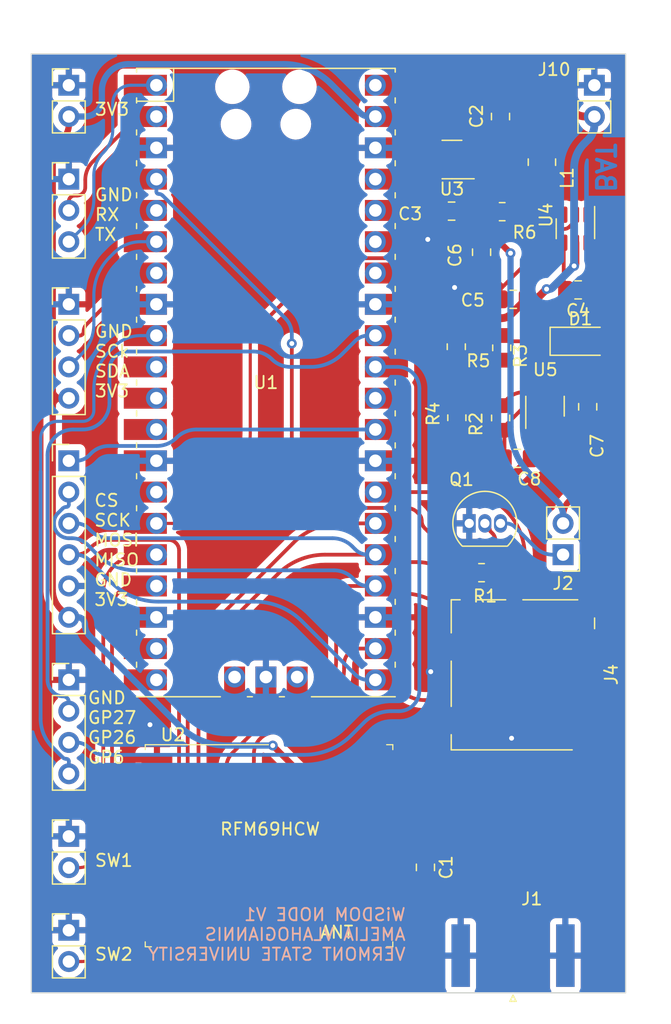
<source format=kicad_pcb>
(kicad_pcb (version 20221018) (generator pcbnew)
  (layers (0 "F.Cu" signal) (31 "B.Cu" signal) (34 "B.Paste" user) (35 "F.Paste" user) (36 "B.SilkS" user "B.Silkscreen") (37 "F.SilkS" user "F.Silkscreen") (38 "B.Mask" user) (39 "F.Mask" user) (44 "Edge.Cuts" user))
  (net 0 "")
  (net 1 "3V3")
  (net 2 "GND")
  (net 3 "Net-(U4-CPOS)")
  (net 4 "Net-(U4-CNEG)")
  (net 5 "Net-(U4-GND)")
  (net 6 "5V")
  (net 7 "CHG")
  (net 8 "Net-(U5-V_{SS})")
  (net 9 "BAT")
  (net 10 "Net-(D1-K)")
  (net 11 "/ANT")
  (net 12 "Net-(J2-Pin_1)")
  (net 13 "SD_CS")
  (net 14 "MOSI")
  (net 15 "SPI_SCK")
  (net 16 "MISO")
  (net 18 "UART_RX")
  (net 19 "UART_TX")
  (net 20 "I2C_SCK")
  (net 21 "I2C_SDA")
  (net 22 "SPI_CS")
  (net 23 "EXT_BTN")
  (net 24 "EXT_SW")
  (net 25 "GP27")
  (net 26 "GP26")
  (net 27 "GP6")
  (net 28 "Net-(U3-SW)")
  (net 29 "Net-(Q1-B)")
  (net 30 "TEROS_CTRL")
  (net 31 "Net-(U5-PROG)")
  (net 32 "Net-(U1-GPIO28_ADC2)")
  (net 33 "Net-(U1-GPIO11)")
  (net 34 "5V_CTRL")
  (net 42 "RFM_CS")
  (net 43 "RFM_RST")
  (footprint "RF_Module:HOPERF_RFM69HW" (layer "F.Cu") (at 70.104 115.062)
    (fp_text reference "U2")
    (fp_text value "RFM69HCW")
  )
  (footprint "Capacitor_SMD:C_0805_2012Metric_Pad1.18x1.45mm_HandSolder" (layer "F.Cu") (at 95.2029 69.9495 180)
    (fp_text reference "C4")
    (fp_text value "1uF" hide)
  )
  (footprint "Package_TO_SOT_SMD:SOT-23-6" (layer "F.Cu") (at 94.9824 64.9852 -90)
    (fp_text reference "U4")
    (fp_text value "CAT3200-5" hide)
  )
  (footprint "Resistor_SMD:R_0805_2012Metric_Pad1.20x1.40mm_HandSolder" (layer "F.Cu") (at 88.9115 80.3441 -90)
    (fp_text reference "R2")
    (fp_text value "2K" hide)
  )
  (footprint "PCM_Package_TO_SOT_THT_AKL:TO-92_Inline" (layer "F.Cu") (at 86.36 88.9)
    (fp_text reference "Q1")
    (fp_text value "2N3904" hide)
  )
  (footprint "Capacitor_SMD:C_0805_2012Metric_Pad1.18x1.45mm_HandSolder" (layer "F.Cu") (at 88.9 55.88 -90)
    (fp_text reference "C2")
    (fp_text value "10uF")
  )
  (footprint "Connector_Coaxial:SMA_Amphenol_132289_EdgeMount" (layer "F.Cu") (at 89.916 123.9805 90)
    (fp_text reference "J1")
    (fp_text value "Conn_Coaxial")
  )
  (footprint "Connector_PinHeader_2.54mm:PinHeader_1x02_P2.54mm_Vertical" (layer "F.Cu") (at 93.98 91.44 180)
    (fp_text reference "J2")
    (fp_text value "Conn_01x02_Pin" hide)
  )
  (footprint "Connector_PinHeader_2.54mm:PinHeader_1x02_P2.54mm_Vertical" (layer "F.Cu") (at 53.848 53.34)
    (fp_text reference "J3" hide)
    (fp_text value "Conn_01x02_Pin" hide)
  )
  (footprint "Connector_Card:microSD_HC_Molex_104031-0811" (layer "F.Cu") (at 90.7183 101.1709 -90)
    (fp_text reference "J4")
    (fp_text value "Micro_SD_Card" hide)
  )
  (footprint "Connector_PinHeader_2.54mm:PinHeader_1x03_P2.54mm_Vertical" (layer "F.Cu") (at 53.848 60.96)
    (fp_text reference "J5" hide)
    (fp_text value "Conn_01x03_Pin" hide)
  )
  (footprint "Package_TO_SOT_SMD:SOT-23-5" (layer "F.Cu") (at 92.5131 79.3891 90)
    (fp_text reference "U5")
    (fp_text value "MCP73831-2-OT" hide)
  )
  (footprint "Capacitor_SMD:C_0805_2012Metric_Pad1.18x1.45mm_HandSolder" (layer "F.Cu") (at 84.9288 63.5565 180)
    (fp_text reference "C3")
    (fp_text value "10uF" hide)
  )
  (footprint "Inductor_SMD:L_1008_2520Metric_Pad1.43x2.20mm_HandSolder" (layer "F.Cu") (at 92.2625 59.5825 -90)
    (fp_text reference "L1")
    (fp_text value "1uH" hide)
  )
  (footprint "Connector_PinHeader_2.54mm:PinHeader_1x04_P2.54mm_Vertical" (layer "F.Cu") (at 53.848 101.6)
    (fp_text reference "J11" hide)
    (fp_text value "Conn_01x04_Pin" hide)
  )
  (footprint "Resistor_SMD:R_0805_2012Metric_Pad1.20x1.40mm_HandSolder" (layer "F.Cu") (at 85.3548 80.325 90)
    (fp_text reference "R4")
    (fp_text value "470K" hide)
  )
  (footprint "Connector_PinHeader_2.54mm:PinHeader_1x02_P2.54mm_Vertical" (layer "F.Cu") (at 53.848 114.3)
    (fp_text reference "J8" hide)
    (fp_text value "Conn_01x02_Pin" hide)
  )
  (footprint "Connector_PinHeader_2.54mm:PinHeader_1x04_P2.54mm_Vertical" (layer "F.Cu") (at 53.848 71.12)
    (fp_text reference "J6" hide)
    (fp_text value "Conn_01x04_Pin" hide)
  )
  (footprint "Resistor_SMD:R_0805_2012Metric_Pad1.20x1.40mm_HandSolder" (layer "F.Cu") (at 87.36 92.9)
    (fp_text reference "R1")
    (fp_text value "1K" hide)
  )
  (footprint "Package_TO_SOT_SMD:TSOT-23-5" (layer "F.Cu") (at 84.9575 59.37 180)
    (fp_text reference "U3")
    (fp_text value "ADP2108AUJ-3.3" hide)
  )
  (footprint "Connector_PinHeader_2.54mm:PinHeader_1x02_P2.54mm_Vertical" (layer "F.Cu") (at 96.52 53.34)
    (fp_text reference "J10")
    (fp_text value "Conn_01x02_Pin")
  )
  (footprint "Connector_PinHeader_2.54mm:PinHeader_1x02_P2.54mm_Vertical" (layer "F.Cu") (at 53.848 121.92)
    (fp_text reference "J9" hide)
    (fp_text value "Conn_01x02_Pin" hide)
  )
  (footprint "LED_SMD:LED_1206_3216Metric_Pad1.42x1.75mm_HandSolder" (layer "F.Cu") (at 95.3875 74.12)
    (fp_text reference "D1")
    (fp_text value "LED" hide)
  )
  (footprint "MCU_RaspberryPi_and_Boards:RPi_Pico_SMD_TH" (layer "F.Cu") (at 69.85 77.47)
    (fp_text reference "U1")
    (fp_text value "Pico")
  )
  (footprint "Capacitor_SMD:C_0805_2012Metric_Pad1.18x1.45mm_HandSolder" (layer "F.Cu") (at 95.9797 79.4362 -90)
    (fp_text reference "C7")
    (fp_text value "4.7uF" hide)
  )
  (footprint "Capacitor_SMD:C_0805_2012Metric_Pad1.18x1.45mm_HandSolder" (layer "F.Cu") (at 82.804 116.8185 -90)
    (fp_text reference "C1")
    (fp_text value "0.1uF")
  )
  (footprint "Resistor_SMD:R_0805_2012Metric_Pad1.20x1.40mm_HandSolder" (layer "F.Cu") (at 85.3098 74.5623 90)
    (fp_text reference "R5")
    (fp_text value "470K" hide)
  )
  (footprint "Connector_PinHeader_2.54mm:PinHeader_1x06_P2.54mm_Vertical" (layer "F.Cu") (at 53.848 83.82)
    (fp_text reference "J7" hide)
    (fp_text value "Conn_01x06_Pin" hide)
  )
  (footprint "Resistor_SMD:R_0805_2012Metric_Pad1.20x1.40mm_HandSolder" (layer "F.Cu") (at 89.0015 74.6524 -90)
    (fp_text reference "R3")
    (fp_text value "470" hide)
  )
  (footprint "Capacitor_SMD:C_0805_2012Metric_Pad1.18x1.45mm_HandSolder" (layer "F.Cu") (at 87.3619 66.8901 -90)
    (fp_text reference "C6")
    (fp_text value "1uF" hide)
  )
  (footprint "Capacitor_SMD:C_0805_2012Metric_Pad1.18x1.45mm_HandSolder" (layer "F.Cu") (at 89.9335 70.7148 180)
    (fp_text reference "C5")
    (fp_text value "1uF" hide)
  )
  (footprint "Resistor_SMD:R_0805_2012Metric_Pad1.20x1.40mm_HandSolder" (layer "F.Cu") (at 89.0351 63.6015)
    (fp_text reference "R6")
    (fp_text value "10K" hide)
  )
  (footprint "Capacitor_SMD:C_0805_2012Metric_Pad1.18x1.45mm_HandSolder" (layer "F.Cu") (at 90.2601 83.6211 180)
    (fp_text reference "C8")
    (fp_text value "4.7uF" hide)
  )
  (gr_rect (start 50.8 50.8) (end 99.06 127) (stroke (width 0.1)) (fill none) (layer "Edge.Cuts"))
  (gr_text "5V SW" (at 98.393446 93.056154 90) (layer "F.Cu") (effects (font (size 1.5 1.5) (thickness 0.3) bold) (justify left bottom)))
  (gr_text "BAT" (at 96.52 62.207971 -90) (layer "B.Cu") (effects (font (size 1.5 1.5) (thickness 0.3) bold) (justify left bottom mirror)))
  (gr_text "WiSDOM NODE V1\nAMELIA VLAHOGIANNIS\nVERMONT STATE UNIVERSITY" (at 81.28 124.46) (layer "B.SilkS") (effects (font (size 1 1)) (justify left bottom mirror)))
  (gr_text "ANT" (at 74.171866 122.669746) (layer "F.SilkS") (effects (font (size 1 1)) (justify left bottom)))
  (gr_text "GND\nRX\nTX" (at 55.88 66.04) (layer "F.SilkS") (effects (font (size 1 1)) (justify left bottom)))
  (gr_text "GND\nSCk\nSDA\n3V3\n" (at 55.88 78.74) (layer "F.SilkS") (effects (font (size 1 1)) (justify left bottom)))
  (gr_text "RFM69HCW" (at 66.04 114.3) (layer "F.SilkS") (effects (font (size 1 1)) (justify left bottom)))
  (gr_text "SW1\n" (at 55.88 116.84) (layer "F.SilkS") (effects (font (size 1 1)) (justify left bottom)))
  (gr_text "SW2" (at 55.88 124.46) (layer "F.SilkS") (effects (font (size 1 1)) (justify left bottom)))
  (gr_text "3V3" (at 55.88 55.88) (layer "F.SilkS") (effects (font (size 1 1)) (justify left bottom)))
  (gr_text "GND\nGP27\nGP26\nGP6\n" (at 55.31539 108.471648) (layer "F.SilkS") (effects (font (size 1 1)) (justify left bottom)))
  (gr_text "CS\nSCK\nMOSI\nMISO\nGND\n3V3" (at 55.832949 95.673829) (layer "F.SilkS") (effects (font (size 1 1)) (justify left bottom)))
  (segment (start 82.332843 60.495757) (end 82.332843 61.740558) (width 0.508) (layer "F.Cu") (net 1))
  (segment (start 78.19135 114.062) (end 77.5195 114.062) (width 0.508) (layer "F.Cu") (net 1))
  (segment (start 88.989244 61.7857) (end 90.485913 61.7857) (width 0.508) (layer "F.Cu") (net 1))
  (segment (start 77.482967 114.004067) (end 70.4089 106.93) (width 0.508) (layer "F.Cu") (net 1))
  (segment (start 82.804 115.781) (end 90.245036 115.781) (width 0.508) (layer "F.Cu") (net 1))
  (segment (start 53.386294 57.647605) (end 53.19505 57.83885) (width 0.508) (layer "F.Cu") (net 1))
  (segment (start 83.60175 58.63825) (end 83.82 58.42) (width 0.508) (layer "F.Cu") (net 1))
  (segment (start 52.5421 79.39295) (end 52.5421 94.290689) (width 0.508) (layer "F.Cu") (net 1))
  (segment (start 52.5421 79.39295) (end 52.5421 78.08705) (width 0.508) (layer "F.Cu") (net 1))
  (segment (start 82.524964 61.93268) (end 83.393932 61.93268) (width 0.508) (layer "F.Cu") (net 1))
  (segment (start 91.74215 61.26535) (end 92.2625 60.745) (width 0.508) (layer "F.Cu") (net 1))
  (segment (start 52.5421 59.41521) (end 52.5421 78.08705) (width 0.508) (layer "F.Cu") (net 1))
  (segment (start 82.749046 59.490953) (end 83.16525 59.07475) (width 0.508) (layer "F.Cu") (net 1))
  (segment (start 79.54155 114.062) (end 78.86645 114.062) (width 0.508) (layer "F.Cu") (net 1))
  (segment (start 53.848 56.53295) (end 53.848 55.88) (width 0.508) (layer "F.Cu") (net 1))
  (segment (start 97.862781 108.163255) (end 97.862781 103.075198) (width 0.508) (layer "F.Cu") (net 1))
  (segment (start 85.9663 63.5565) (end 85.013204 62.603404) (width 0.508) (layer "F.Cu") (net 1))
  (segment (start 80.9975 114.0621) (end 80.90995 114.0621) (width 0.508) (layer "F.Cu") (net 1))
  (segment (start 79.5735 55.88) (end 78.74 55.88) (width 0.508) (layer "F.Cu") (net 1))
  (segment (start 96.514898 101.3659) (end 96.1683 101.3659) (width 0.508) (layer "F.Cu") (net 1))
  (segment (start 78.86645 114.062) (end 78.19135 114.062) (width 0.508) (layer "F.Cu") (net 1))
  (segment (start 80.376375 114.062) (end 80.21665 114.062) (width 0.508) (layer "F.Cu") (net 1))
  (segment (start 82.804 115.781) (end 81.147042 114.124042) (width 0.508) (layer "F.Cu") (net 1))
  (segment (start 96.268988 112.011011) (end 94.092792 114.187207) (width 0.508) (layer "F.Cu") (net 1))
  (segment (start 80.732025 114.062) (end 80.90985 114.062) (width 0.508) (layer "F.Cu") (net 1))
  (segment (start 80.732025 114.062) (end 80.376375 114.062) (width 0.508) (layer "F.Cu") (net 1))
  (segment (start 53.19505 78.74) (end 53.848 78.74) (width 0.508) (layer "F.Cu") (net 1))
  (segment (start 80.21665 114.062) (end 79.54155 114.062) (width 0.508) (layer "F.Cu") (net 1))
  (segment (start 83.16525 59.07475) (end 83.60175 58.63825) (width 0.508) (layer "F.Cu") (net 1))
  (segment (start 83.16525 58.63825) (end 80.996373 56.469373) (width 0.508) (layer "F.Cu") (net 1))
  (segment (start 97.362139 101.866542) (end 97.106579 101.610982) (width 0.508) (layer "F.Cu") (net 1))
  (segment (start 53.19505 95.86705) (end 53.848 96.52) (width 0.508) (layer "F.Cu") (net 1))
  (segment (start 86.8517 62.6711) (end 85.9663 63.5565) (width 0.508) (layer "F.Cu") (net 1))
  (via (at 70.4089 106.93) (size 0.8) (drill 0.4) (layers "F.Cu" "B.Cu") (net 1))
  (arc (start 53.19505 95.86705) (mid 52.711796 95.143809) (end 52.5421 94.290689) (width 0.508) (layer "F.Cu") (net 1))
  (arc (start 82.332843 60.495757) (mid 82.44101 59.951961) (end 82.749046 59.490953) (width 0.508) (layer "F.Cu") (net 1))
  (arc (start 77.4981 114.0406) (mid 77.504367 114.055732) (end 77.5195 114.062) (width 0.508) (layer "F.Cu") (net 1))
  (arc (start 80.9975 114.0621) (mid 81.078431 114.078198) (end 81.147042 114.124042) (width 0.508) (layer "F.Cu") (net 1))
  (arc (start 52.5421 59.41521) (mid 52.711796 58.56209) (end 53.19505 57.83885) (width 0.508) (layer "F.Cu") (net 1))
  (arc (start 82.389114 61.876409) (mid 82.347467 61.81408) (end 82.332843 61.740558) (width 0.508) (layer "F.Cu") (net 1))
  (arc (start 94.092792 114.187207) (mid 92.327426 115.366786) (end 90.245036 115.781) (width 0.508) (layer "F.Cu") (net 1))
  (arc (start 96.514898 101.3659) (mid 96.835113 101.429594) (end 97.106579 101.610982) (width 0.508) (layer "F.Cu") (net 1))
  (arc (start 53.19505 78.74) (mid 52.733344 78.931244) (end 52.5421 79.39295) (width 0.508) (layer "F.Cu") (net 1))
  (arc (start 82.524964 61.93268) (mid 82.451442 61.918055) (end 82.389114 61.876409) (width 0.508) (layer "F.Cu") (net 1))
  (arc (start 96.268988 112.011011) (mid 97.448567 110.245645) (end 97.862781 108.163255) (width 0.508) (layer "F.Cu") (net 1))
  (arc (start 83.16525 58.63825) (mid 83.3835 58.728652) (end 83.60175 58.63825) (width 0.508) (layer "F.Cu") (net 1))
  (arc (start 90.485913 61.7857) (mid 91.165783 61.650465) (end 91.74215 61.26535) (width 0.508) (layer "F.Cu") (net 1))
  (arc (start 79.5735 55.88) (mid 80.343553 56.033173) (end 80.996373 56.469373) (width 0.508) (layer "F.Cu") (net 1))
  (arc (start 83.393932 61.93268) (mid 84.270275 62.106995) (end 85.013204 62.603404) (width 0.508) (layer "F.Cu") (net 1))
  (arc (start 86.8517 62.6711) (mid 87.832413 62.015807) (end 88.989244 61.7857) (width 0.508) (layer "F.Cu") (net 1))
  (arc (start 77.4981 114.0406) (mid 77.494167 114.020828) (end 77.482967 114.004067) (width 0.508) (layer "F.Cu") (net 1))
  (arc (start 80.9099 114.06205) (mid 80.909885 114.062014) (end 80.90985 114.062) (width 0.508) (layer "F.Cu") (net 1))
  (arc (start 80.9099 114.06205) (mid 80.909914 114.062085) (end 80.90995 114.0621) (width 0.508) (layer "F.Cu") (net 1))
  (arc (start 83.16525 58.63825) (mid 83.255652 58.8565) (end 83.16525 59.07475) (width 0.508) (layer "F.Cu") (net 1))
  (arc (start 53.386294 57.647605) (mid 53.728006 57.136197) (end 53.848 56.53295) (width 0.508) (layer "F.Cu") (net 1))
  (arc (start 53.19505 78.74) (mid 52.733344 78.548755) (end 52.5421 78.08705) (width 0.508) (layer "F.Cu") (net 1))
  (arc (start 97.362139 101.866542) (mid 97.732668 102.421078) (end 97.862781 103.075198) (width 0.508) (layer "F.Cu") (net 1))
  (segment (start 55.138371 55.88) (end 53.848 55.88) (width 0.508) (layer "B.Cu") (net 1))
  (segment (start 78.264464 55.88) (end 78.74 55.88) (width 0.508) (layer "B.Cu") (net 1))
  (segment (start 54.58255 96.52) (end 53.848 96.52) (width 0.508) (layer "B.Cu") (net 1))
  (segment (start 77.452673 55.543745) (end 75.129373 53.220445) (width 0.508) (layer "B.Cu") (net 1))
  (segment (start 70.4089 106.93) (end 66.675163 106.93) (width 0.508) (layer "B.Cu") (net 1))
  (segment (start 58.688267 51.626653) (end 71.281617 51.626653) (width 0.508) (layer "B.Cu") (net 1))
  (segment (start 56.530085 53.784835) (end 56.530085 54.488286) (width 0.508) (layer "B.Cu") (net 1))
  (segment (start 55.557905 98.066705) (end 62.827407 105.336207) (width 0.508) (layer "B.Cu") (net 1))
  (arc (start 56.530085 53.784835) (mid 56.694366 52.958934) (end 57.162202 52.25877) (width 0.508) (layer "B.Cu") (net 1))
  (arc (start 77.452673 55.543745) (mid 77.825125 55.79261) (end 78.264464 55.88) (width 0.508) (layer "B.Cu") (net 1))
  (arc (start 62.827407 105.336207) (mid 64.592772 106.515786) (end 66.675163 106.93) (width 0.508) (layer "B.Cu") (net 1))
  (arc (start 71.281617 51.626653) (mid 73.364007 52.040866) (end 75.129373 53.220445) (width 0.508) (layer "B.Cu") (net 1))
  (arc (start 54.58255 96.52) (mid 54.986555 96.687344) (end 55.1539 97.09135) (width 0.508) (layer "B.Cu") (net 1))
  (arc (start 56.122461 55.472376) (mid 56.424146 55.020871) (end 56.530085 54.488286) (width 0.508) (layer "B.Cu") (net 1))
  (arc (start 55.557905 98.066705) (mid 55.258897 97.619208) (end 55.1539 97.09135) (width 0.508) (layer "B.Cu") (net 1))
  (arc (start 58.688267 51.626653) (mid 57.862366 51.790934) (end 57.162202 52.25877) (width 0.508) (layer "B.Cu") (net 1))
  (arc (start 55.138371 55.88) (mid 55.670956 55.774061) (end 56.122461 55.472376) (width 0.508) (layer "B.Cu") (net 1))
  (via (at 85.170626 69.754222) (size 0.8) (drill 0.4) (layers "F.Cu" "B.Cu") (net 2))
  (via (at 60.43858 105.239331) (size 0.8) (drill 0.4) (layers "F.Cu" "B.Cu") (net 2))
  (via (at 82.994617 65.852413) (size 0.8) (drill 0.4) (layers "F.Cu" "B.Cu") (net 2))
  (via (at 89.798132 106.33609) (size 0.8) (drill 0.4) (layers "F.Cu" "B.Cu") (net 2))
  (via (at 83.234512 100.935869) (size 0.8) (drill 0.4) (layers "F.Cu" "B.Cu") (net 2))
  (segment (start 96.2404 66.648488) (end 96.2404 69.9495) (width 0.3048) (layer "F.Cu") (net 3))
  (segment (start 96.0864 66.2767) (end 95.9324 66.1227) (width 0.3048) (layer "F.Cu") (net 3))
  (arc (start 96.2404 66.648488) (mid 96.200376 66.447277) (end 96.0864 66.2767) (width 0.3048) (layer "F.Cu") (net 3))
  (segment (start 94.0324 69.722454) (end 94.0324 66.1227) (width 0.3048) (layer "F.Cu") (net 4))
  (segment (start 94.0989 69.883) (end 94.1654 69.9495) (width 0.3048) (layer "F.Cu") (net 4))
  (arc (start 94.0989 69.883) (mid 94.049682 69.809341) (end 94.0324 69.722454) (width 0.3048) (layer "F.Cu") (net 4))
  (segment (start 89.20995 69.56635) (end 93.574712 65.201587) (width 0.3048) (layer "F.Cu") (net 5))
  (segment (start 88.896 70.028297) (end 88.896 70.7148) (width 0.3048) (layer "F.Cu") (net 5))
  (segment (start 94.808133 64.514866) (end 94.507987 64.815012) (width 0.3048) (layer "F.Cu") (net 5))
  (segment (start 89.00065 69.56635) (end 87.3619 67.9276) (width 0.3048) (layer "F.Cu") (net 5))
  (segment (start 94.9824 64.09415) (end 94.9824 63.8477) (width 0.3048) (layer "F.Cu") (net 5))
  (segment (start 89.20995 69.56635) (end 89.00065 69.77565) (width 0.3048) (layer "F.Cu") (net 5))
  (arc (start 94.507987 64.815012) (mid 94.293892 64.958066) (end 94.04135 65.0083) (width 0.3048) (layer "F.Cu") (net 5))
  (arc (start 94.04135 65.0083) (mid 93.788807 65.058533) (end 93.574712 65.201587) (width 0.3048) (layer "F.Cu") (net 5))
  (arc (start 89.00065 69.77565) (mid 88.923197 69.891565) (end 88.896 70.028297) (width 0.3048) (layer "F.Cu") (net 5))
  (arc (start 89.00065 69.77565) (mid 89.043997 69.671) (end 89.00065 69.56635) (width 0.3048) (layer "F.Cu") (net 5))
  (arc (start 89.20995 69.56635) (mid 89.1053 69.609697) (end 89.00065 69.56635) (width 0.3048) (layer "F.Cu") (net 5))
  (arc (start 94.808133 64.514866) (mid 94.937109 64.321839) (end 94.9824 64.09415) (width 0.3048) (layer "F.Cu") (net 5))
  (segment (start 94.441705 87.132394) (end 96.454307 85.119792) (width 0.508) (layer "F.Cu") (net 6))
  (segment (start 98.0481 81.272036) (end 98.0481 67.459425) (width 0.508) (layer "F.Cu") (net 6))
  (segment (start 96.99025 64.90555) (end 95.9324 63.8477) (width 0.508) (layer "F.Cu") (net 6))
  (segment (start 89.031372 66.288672) (end 89.7124 66.9697) (width 0.508) (layer "F.Cu") (net 6))
  (segment (start 93.98 88.24705) (end 93.98 88.9) (width 0.508) (layer "F.Cu") (net 6))
  (segment (start 87.9786 65.8526) (end 87.3619 65.8526) (width 0.508) (layer "F.Cu") (net 6))
  (via (at 89.7124 66.9697) (size 0.8) (drill 0.4) (layers "F.Cu" "B.Cu") (net 6))
  (arc (start 89.031372 66.288672) (mid 88.548356 65.965931) (end 87.9786 65.8526) (width 0.508) (layer "F.Cu") (net 6))
  (arc (start 98.0481 67.459425) (mid 97.773173 66.077277) (end 96.99025 64.90555) (width 0.508) (layer "F.Cu") (net 6))
  (arc (start 94.441705 87.132394) (mid 94.099993 87.643802) (end 93.98 88.24705) (width 0.508) (layer "F.Cu") (net 6))
  (arc (start 98.0481 81.272036) (mid 97.633886 83.354426) (end 96.454307 85.119792) (width 0.508) (layer "F.Cu") (net 6))
  (segment (start 89.7124 81.072536) (end 89.7124 66.9697) (width 0.508) (layer "B.Cu") (net 6))
  (segment (start 93.98 88.24705) (end 93.98 88.9) (width 0.508) (layer "B.Cu") (net 6))
  (segment (start 93.518294 87.132394) (end 91.306192 84.920292) (width 0.508) (layer "B.Cu") (net 6))
  (arc (start 93.518294 87.132394) (mid 93.860006 87.643802) (end 93.98 88.24705) (width 0.508) (layer "B.Cu") (net 6))
  (arc (start 89.7124 81.072536) (mid 90.126613 83.154926) (end 91.306192 84.920292) (width 0.508) (layer "B.Cu") (net 6))
  (segment (start 96.875 76.723227) (end 96.875 74.12) (width 0.635) (layer "F.Cu") (net 7))
  (segment (start 96.42735 77.80395) (end 96.031707 78.199592) (width 0.635) (layer "F.Cu") (net 7))
  (segment (start 95.9797 78.32515) (end 95.9797 78.3987) (width 0.635) (layer "F.Cu") (net 7))
  (segment (start 95.90615 78.2516) (end 93.4631 78.2516) (width 0.635) (layer "F.Cu") (net 7))
  (arc (start 95.9797 78.32515) (mid 95.993216 78.257198) (end 96.031707 78.199592) (width 0.635) (layer "F.Cu") (net 7))
  (arc (start 95.9797 78.32515) (mid 95.958157 78.273142) (end 95.90615 78.2516) (width 0.635) (layer "F.Cu") (net 7))
  (arc (start 95.90615 78.2516) (mid 95.974101 78.238083) (end 96.031707 78.199592) (width 0.635) (layer "F.Cu") (net 7))
  (arc (start 96.42735 77.80395) (mid 96.758659 77.30811) (end 96.875 76.723227) (width 0.635) (layer "F.Cu") (net 7))
  (segment (start 88.9424 81.3132) (end 90.502483 79.753116) (width 0.3048) (layer "F.Cu") (net 8))
  (segment (start 89.12885 81.4677) (end 89.122498 81.4677) (width 0.3048) (layer "F.Cu") (net 8))
  (segment (start 92.690384 79.528) (end 92.52167 79.696714) (width 0.3048) (layer "F.Cu") (net 8))
  (segment (start 92.5131 80.40995) (end 92.5131 79.717406) (width 0.3048) (layer "F.Cu") (net 8))
  (segment (start 88.9733 81.4059) (end 88.9424 81.375) (width 0.3048) (layer "F.Cu") (net 8))
  (segment (start 89.2226 81.56145) (end 89.2226 83.6211) (width 0.3048) (layer "F.Cu") (net 8))
  (segment (start 95.418208 79.912208) (end 95.9797 80.4737) (width 0.3048) (layer "F.Cu") (net 8))
  (segment (start 92.5131 80.40995) (end 92.5131 80.2933) (width 0.3048) (layer "F.Cu") (net 8))
  (segment (start 91.899794 79.321777) (end 91.543828 79.321777) (width 0.3048) (layer "F.Cu") (net 8))
  (segment (start 92.5131 79.693164) (end 92.5131 79.717406) (width 0.3048) (layer "F.Cu") (net 8))
  (segment (start 92.333467 79.50141) (end 92.504529 79.672472) (width 0.3048) (layer "F.Cu") (net 8))
  (segment (start 94.062646 79.350716) (end 93.118387 79.350716) (width 0.3048) (layer "F.Cu") (net 8))
  (arc (start 92.5131 80.40995) (mid 92.5131 80.40995) (end 92.5131 80.40995) (width 0.3048) (layer "F.Cu") (net 8))
  (arc (start 89.288891 81.401408) (mid 89.239828 81.474836) (end 89.2226 81.56145) (width 0.3048) (layer "F.Cu") (net 8))
  (arc (start 91.543828 79.321777) (mid 90.980256 79.433878) (end 90.502483 79.753116) (width 0.3048) (layer "F.Cu") (net 8))
  (arc (start 92.5131 79.693164) (mid 92.516199 79.697802) (end 92.52167 79.696714) (width 0.3048) (layer "F.Cu") (net 8))
  (arc (start 88.9424 81.3132) (mid 88.9296 81.3441) (end 88.9424 81.375) (width 0.3048) (layer "F.Cu") (net 8))
  (arc (start 92.690384 79.528) (mid 92.886753 79.39679) (end 93.118387 79.350716) (width 0.3048) (layer "F.Cu") (net 8))
  (arc (start 89.12885 81.4677) (mid 89.215463 81.450471) (end 89.288891 81.401408) (width 0.3048) (layer "F.Cu") (net 8))
  (arc (start 91.899794 79.321777) (mid 92.134496 79.368462) (end 92.333467 79.50141) (width 0.3048) (layer "F.Cu") (net 8))
  (arc (start 94.062646 79.350716) (mid 94.79627 79.496643) (end 95.418208 79.912208) (width 0.3048) (layer "F.Cu") (net 8))
  (arc (start 89.12885 81.4677) (mid 89.195141 81.495158) (end 89.2226 81.56145) (width 0.3048) (layer "F.Cu") (net 8))
  (arc (start 92.5131 79.717406) (mid 92.515327 79.706207) (end 92.52167 79.696714) (width 0.3048) (layer "F.Cu") (net 8))
  (arc (start 92.5131 79.693164) (mid 92.510872 79.681965) (end 92.504529 79.672472) (width 0.3048) (layer "F.Cu") (net 8))
  (arc (start 88.9733 81.4059) (mid 89.041752 81.451638) (end 89.122498 81.4677) (width 0.3048) (layer "F.Cu") (net 8))
  (segment (start 91.5631 81.12925) (end 91.5631 82.33455) (width 0.635) (layer "F.Cu") (net 9))
  (segment (start 88.98 72.2426) (end 88.285768 72.2426) (width 0.635) (layer "F.Cu") (net 9))
  (segment (start 86.095 58.091) (end 86.095 58.07755) (width 0.635) (layer "F.Cu") (net 9))
  (segment (start 84.8841 59.7336) (end 84.8841 59.7382) (width 0.635) (layer "F.Cu") (net 9))
  (segment (start 93.216779 81.46962) (end 93.2088 81.4776) (width 0.635) (layer "F.Cu") (net 9))
  (segment (start 84.8841 59.7313) (end 84.8841 59.7336) (width 0.635) (layer "F.Cu") (net 9))
  (segment (start 91.164849 83.753848) (end 91.231224 83.687474) (width 0.635) (layer "F.Cu") (net 9))
  (segment (start 91.363975 83.554725) (end 91.231224 83.687474) (width 0.635) (layer "F.Cu") (net 9))
  (segment (start 91.164849 83.753848) (end 90.899348 84.019349) (width 0.635) (layer "F.Cu") (net 9))
  (segment (start 85.777 60.32) (end 86.095 60.32) (width 0.601) (layer "F.Cu") (net 9))
  (segment (start 88.607412 75.6524) (end 88.804456 75.6524) (width 0.635) (layer "F.Cu") (net 9))
  (segment (start 88.373489 84.973351) (end 85.577418 82.17728) (width 0.635) (layer "F.Cu") (net 9))
  (segment (start 94.9824 67.821427) (end 94.9824 66.1227) (width 0.635) (layer "F.Cu") (net 9))
  (segment (start 89.945347 84.973351) (end 90.899348 84.019349) (width 0.635) (layer "F.Cu") (net 9))
  (segment (start 91.5631 83.167863) (end 91.5631 82.33455) (width 0.635) (layer "F.Cu") (net 9))
  (segment (start 94.8751 68.0046) (end 94.92875 67.95095) (width 0.635) (layer "F.Cu") (net 9))
  (segment (start 88.869028 54.961071) (end 86.337148 57.492951) (width 0.635) (layer "F.Cu") (net 9))
  (segment (start 85.472038 81.922869) (end 85.472038 81.773838) (width 0.635) (layer "F.Cu") (net 9))
  (segment (start 93.4631 80.87495) (end 93.4631 80.5266) (width 0.635) (layer "F.Cu") (net 9))
  (segment (start 88.9 54.8863) (end 88.9 54.8425) (width 0.635) (layer "F.Cu") (net 9))
  (segment (start 84.8841 59.7221) (end 84.8841 59.7313) (width 0.635) (layer "F.Cu") (net 9))
  (segment (start 84.8841 59.7405) (end 84.8841 59.7382) (width 0.635) (layer "F.Cu") (net 9))
  (segment (start 84.7479 59.3815) (end 84.806954 59.440554) (width 0.635) (layer "F.Cu") (net 9))
  (segment (start 88.9438 54.9301) (end 93.529019 54.9301) (width 0.635) (layer "F.Cu") (net 9))
  (segment (start 84.747899 59.109099) (end 85.204361 58.652638) (width 0.601) (layer "F.Cu") (net 9))
  (segment (start 85.472038 81.207761) (end 86.416836 80.262963) (width 0.635) (layer "F.Cu") (net 9))
  (segment (start 87.224503 73.964375) (end 87.224503 73.303865) (width 0.635) (layer "F.Cu") (net 9))
  (segment (start 91.43035 83.48835) (end 91.363975 83.554725) (width 0.635) (layer "F.Cu") (net 9))
  (segment (start 85.23414 60.09514) (end 84.887352 59.748352) (width 0.601) (layer "F.Cu") (net 9))
  (segment (start 95.82228 55.88) (end 96.52 55.88) (width 0.635) (layer "F.Cu") (net 9))
  (segment (start 90.674227 71.011572) (end 89.770731 71.915068) (width 0.635) (layer "F.Cu") (net 9))
  (segment (start 92.594865 81.7319) (end 92.16575 81.7319) (width 0.635) (layer "F.Cu") (net 9))
  (segment (start 87.934663 75.373738) (end 87.718914 75.157989) (width 0.635) (layer "F.Cu") (net 9))
  (segment (start 87.849363 76.804536) (end 88.862168 75.791731) (width 0.635) (layer "F.Cu") (net 9))
  (segment (start 92.6408 69.8844) (end 92.107172 70.418027) (width 0.635) (layer "F.Cu") (net 9))
  (segment (start 91.5631 81.12925) (end 91.5631 80.5266) (width 0.635) (layer "F.Cu") (net 9))
  (segment (start 84.8841 59.7221) (end 84.8841 59.6268) (width 0.635) (layer "F.Cu") (net 9))
  (via (at 94.8751 68.0046) (size 0.8) (drill 0.4) (layers "F.Cu" "B.Cu") (net 9))
  (via (at 92.6408 69.8844) (size 0.8) (drill 0.4) (layers "F.Cu" "B.Cu") (net 9))
  (arc (start 87.53534 72.553437) (mid 87.879639 72.323383) (end 88.285768 72.2426) (width 0.635) (layer "F.Cu") (net 9))
  (arc (start 89.945347 84.973351) (mid 89.584759 85.214288) (end 89.159418 85.298894) (width 0.635) (layer "F.Cu") (net 9))
  (arc (start 87.1331 78.53375) (mid 86.946949 79.469593) (end 86.416836 80.262963) (width 0.635) (layer "F.Cu") (net 9))
  (arc (start 88.869028 54.961071) (mid 88.89195 54.926765) (end 88.9 54.8863) (width 0.635) (layer "F.Cu") (net 9))
  (arc (start 94.67565 55.40505) (mid 94.149571 55.053535) (end 93.529019 54.9301) (width 0.635) (layer "F.Cu") (net 9))
  (arc (start 85.766 58.42) (mid 85.462043 58.48046) (end 85.204361 58.652638) (width 0.601) (layer "F.Cu") (net 9))
  (arc (start 91.5631 82.33455) (mid 91.739612 81.908412) (end 92.16575 81.7319) (width 0.635) (layer "F.Cu") (net 9))
  (arc (start 84.747899 59.109099) (mid 84.691483 59.245299) (end 84.7479 59.3815) (width 0.601) (layer "F.Cu") (net 9))
  (arc (start 87.53534 72.553437) (mid 87.305286 72.897736) (end 87.224503 73.303865) (width 0.635) (layer "F.Cu") (net 9))
  (arc (start 88.862168 75.791731) (mid 88.879861 75.702784) (end 88.804456 75.6524) (width 0.635) (layer "F.Cu") (net 9))
  (arc (start 84.8841 59.6268) (mid 84.86405 59.526004) (end 84.806954 59.440554) (width 0.635) (layer "F.Cu") (net 9))
  (arc (start 85.577418 82.17728) (mid 85.499425 82.060555) (end 85.472038 81.922869) (width 0.635) (layer "F.Cu") (net 9))
  (arc (start 88.98 72.2426) (mid 89.40794 72.157477) (end 89.770731 71.915068) (width 0.635) (layer "F.Cu") (net 9))
  (arc (start 84.8841 59.7405) (mid 84.884945 59.744749) (end 84.887352 59.748352) (width 0.601) (layer "F.Cu") (net 9))
  (arc (start 92.594865 81.7319) (mid 92.927124 81.665809) (end 93.2088 81.4776) (width 0.635) (layer "F.Cu") (net 9))
  (arc (start 85.777 60.32) (mid 85.483206 60.26156) (end 85.23414 60.09514) (width 0.601) (layer "F.Cu") (net 9))
  (arc (start 93.4631 80.87495) (mid 93.399083 81.196783) (end 93.216779 81.46962) (width 0.635) (layer "F.Cu") (net 9))
  (arc (start 92.107172 70.418027) (mid 91.778452 70.637671) (end 91.3907 70.7148) (width 0.635) (layer "F.Cu") (net 9))
  (arc (start 86.095 58.07755) (mid 86.157932 57.761167) (end 86.337148 57.492951) (width 0.635) (layer "F.Cu") (net 9))
  (arc (start 94.67565 55.40505) (mid 95.201728 55.756564) (end 95.82228 55.88) (width 0.635) (layer "F.Cu") (net 9))
  (arc (start 88.607412 75.6524) (mid 88.243322 75.579978) (end 87.934663 75.373738) (width 0.635) (layer "F.Cu") (net 9))
  (arc (start 85.3548 81.4908) (mid 85.385269 81.643979) (end 85.472038 81.773838) (width 0.635) (layer "F.Cu") (net 9))
  (arc (start 89.159418 85.298894) (mid 88.734076 85.214288) (end 88.373489 84.973351) (width 0.635) (layer "F.Cu") (net 9))
  (arc (start 86.095 58.091) (mid 85.998638 58.323638) (end 85.766 58.42) (width 0.635) (layer "F.Cu") (net 9))
  (arc (start 90.674227 71.011572) (mid 91.002947 70.791928) (end 91.3907 70.7148) (width 0.635) (layer "F.Cu") (net 9))
  (arc (start 88.9438 54.9301) (mid 88.903333 54.938149) (end 88.869028 54.961071) (width 0.635) (layer "F.Cu") (net 9))
  (arc (start 88.9438 54.9301) (mid 88.912828 54.917271) (end 88.9 54.8863) (width 0.635) (layer "F.Cu") (net 9))
  (arc (start 94.9824 67.821427) (mid 94.968456 67.891524) (end 94.92875 67.95095) (width 0.635) (layer "F.Cu") (net 9))
  (arc (start 91.43035 83.48835) (mid 91.528599 83.341309) (end 91.5631 83.167863) (width 0.635) (layer "F.Cu") (net 9))
  (arc (start 85.3548 81.4908) (mid 85.385269 81.33762) (end 85.472038 81.207761) (width 0.635) (layer "F.Cu") (net 9))
  (arc (start 91.5631 81.12925) (mid 91.739612 81.555387) (end 92.16575 81.7319) (width 0.635) (layer "F.Cu") (net 9))
  (arc (start 87.1331 78.53375) (mid 87.31925 77.597906) (end 87.849363 76.804536) (width 0.635) (layer "F.Cu") (net 9))
  (arc (start 87.718914 75.157989) (mid 87.352996 74.610354) (end 87.224503 73.964375) (width 0.635) (layer "F.Cu") (net 9))
  (segment (start 93.120634 69.759065) (end 94.8751 68.0046) (width 0.635) (layer "B.Cu") (net 9))
  (segment (start 95.697549 58.071849) (end 96.035843 57.733556) (width 0.635) (layer "B.Cu") (net 9))
  (segment (start 94.8751 60.057419) (end 94.8751 68.0046) (width 0.635) (layer "B.Cu") (net 9))
  (segment (start 96.52 56.5647) (end 96.52 55.88) (width 0.635) (layer "B.Cu") (net 9))
  (segment (start 92.81805 69.8844) (end 92.6408 69.8844) (width 0.635) (layer "B.Cu") (net 9))
  (arc (start 94.8751 60.057419) (mid 95.088847 58.982836) (end 95.697549 58.071849) (width 0.635) (layer "B.Cu") (net 9))
  (arc (start 92.81805 69.8844) (mid 92.981807 69.851826) (end 93.120634 69.759065) (width 0.635) (layer "B.Cu") (net 9))
  (arc (start 96.035843 57.733556) (mid 96.394171 57.19728) (end 96.52 56.5647) (width 0.635) (layer "B.Cu") (net 9))
  (segment (start 89.2353 73.8862) (end 89.0015 73.6524) (width 0.3048) (layer "F.Cu") (net 10))
  (segment (start 89.799743 74.12) (end 93.9 74.12) (width 0.3048) (layer "F.Cu") (net 10))
  (arc (start 89.2353 73.8862) (mid 89.494268 74.059237) (end 89.799743 74.12) (width 0.3048) (layer "F.Cu") (net 10))
  (segment (start 89.916 121.379998) (end 89.916 123.9805) (width 0.635) (layer "F.Cu") (net 11))
  (segment (start 80.49585 122.062) (end 79.204 122.062) (width 0.635) (layer "F.Cu") (net 11))
  (segment (start 87.916001 119.38) (end 86.36616 119.38) (width 0.635) (layer "F.Cu") (net 11))
  (segment (start 83.128699 120.720999) (end 82.701175 121.148524) (width 0.635) (layer "F.Cu") (net 11))
  (arc (start 83.128699 120.720999) (mid 84.614059 119.728514) (end 86.36616 119.38) (width 0.635) (layer "F.Cu") (net 11))
  (arc (start 82.701175 121.148524) (mid 81.689363 121.824595) (end 80.49585 122.062) (width 0.635) (layer "F.Cu") (net 11))
  (arc (start 89.916 121.379998) (mid 89.330213 119.965785) (end 87.916001 119.38) (width 0.635) (layer "F.Cu") (net 11))
  (segment (start 93.14965 91.44) (end 93.98 91.44) (width 0.3048) (layer "B.Cu") (net 12))
  (segment (start 89.33965 88.9) (end 88.9 88.9) (width 0.3048) (layer "B.Cu") (net 12))
  (segment (start 90.090179 89.210879) (end 91.732153 90.852853) (width 0.3048) (layer "B.Cu") (net 12))
  (arc (start 89.33965 88.9) (mid 89.745833 88.980794) (end 90.090179 89.210879) (width 0.3048) (layer "B.Cu") (net 12))
  (arc (start 93.14965 91.44) (mid 92.382506 91.287405) (end 91.732153 90.852853) (width 0.3048) (layer "B.Cu") (net 12))
  (segment (start 95.5251 99.1659) (end 96.1683 99.1659) (width 0.3048) (layer "F.Cu") (net 13))
  (segment (start 95.079374 98.459074) (end 92.464892 95.844592) (width 0.3048) (layer "F.Cu") (net 13))
  (segment (start 90.8711 91.537484) (end 90.8711 91.996836) (width 0.3048) (layer "F.Cu") (net 13))
  (segment (start 85.693615 86.36) (end 78.74 86.36) (width 0.3048) (layer "F.Cu") (net 13))
  (arc (start 90.8711 91.537484) (mid 90.476987 89.556146) (end 89.35465 87.87645) (width 0.3048) (layer "F.Cu") (net 13))
  (arc (start 95.079374 98.459074) (mid 95.216017 98.663574) (end 95.264 98.9048) (width 0.3048) (layer "F.Cu") (net 13))
  (arc (start 90.8711 91.996836) (mid 91.285313 94.079226) (end 92.464892 95.844592) (width 0.3048) (layer "F.Cu") (net 13))
  (arc (start 89.35465 87.87645) (mid 87.674953 86.754112) (end 85.693615 86.36) (width 0.3048) (layer "F.Cu") (net 13))
  (arc (start 95.5251 99.1659) (mid 95.340474 99.089425) (end 95.264 98.9048) (width 0.3048) (layer "F.Cu") (net 13))
  (segment (start 61.74106 112.062) (end 61.004 112.062) (width 0.3048) (layer "F.Cu") (net 14))
  (segment (start 85.878384 94.113984) (end 84.98275 93.21835) (width 0.3048) (layer "F.Cu") (net 14))
  (segment (start 79.04105 92.0421) (end 82.143031 92.0421) (width 0.3048) (layer "F.Cu") (net 14))
  (segment (start 62.9993 111.540819) (end 63.428029 111.112089) (width 0.3048) (layer "F.Cu") (net 14))
  (segment (start 78.43895 91.44) (end 74.643963 91.44) (width 0.3048) (layer "F.Cu") (net 14))
  (segment (start 64.0048 102.079163) (end 64.19137 102.265733) (width 0.3048) (layer "F.Cu") (net 14))
  (segment (start 65.598592 98.231407) (end 70.796207 93.033792) (width 0.3048) (layer "F.Cu") (net 14))
  (segment (start 87.233315 94.675215) (end 91.641611 99.083511) (width 0.3048) (layer "F.Cu") (net 14))
  (segment (start 94.49615 100.2659) (end 96.1683 100.2659) (width 0.3048) (layer "F.Cu") (net 14))
  (segment (start 64.37794 108.818804) (end 64.37794 102.716152) (width 0.3048) (layer "F.Cu") (net 14))
  (arc (start 78.43895 91.44) (mid 78.651824 91.528175) (end 78.74 91.74105) (width 0.3048) (layer "F.Cu") (net 14))
  (arc (start 65.598592 98.231407) (mid 64.419013 99.996772) (end 64.0048 102.079163) (width 0.3048) (layer "F.Cu") (net 14))
  (arc (start 61.74106 112.062) (mid 62.422014 111.926549) (end 62.9993 111.540819) (width 0.3048) (layer "F.Cu") (net 14))
  (arc (start 82.143031 92.0421) (mid 83.679875 92.347797) (end 84.98275 93.21835) (width 0.3048) (layer "F.Cu") (net 14))
  (arc (start 64.37794 108.818804) (mid 64.131066 110.059921) (end 63.428029 111.112089) (width 0.3048) (layer "F.Cu") (net 14))
  (arc (start 86.55585 94.3946) (mid 86.922491 94.467529) (end 87.233315 94.675215) (width 0.3048) (layer "F.Cu") (net 14))
  (arc (start 79.04105 92.0421) (mid 78.828175 91.953924) (end 78.74 91.74105) (width 0.3048) (layer "F.Cu") (net 14))
  (arc (start 94.49615 100.2659) (mid 92.951284 99.958607) (end 91.641611 99.083511) (width 0.3048) (layer "F.Cu") (net 14))
  (arc (start 64.37794 102.716152) (mid 64.329452 102.472387) (end 64.19137 102.265733) (width 0.3048) (layer "F.Cu") (net 14))
  (arc (start 70.796207 93.033792) (mid 72.561572 91.854213) (end 74.643963 91.44) (width 0.3048) (layer "F.Cu") (net 14))
  (arc (start 85.878384 94.113984) (mid 86.189208 94.32167) (end 86.55585 94.3946) (width 0.3048) (layer "F.Cu") (net 14))
  (segment (start 78.13785 91.44) (end 78.74 91.44) (width 0.3048) (layer "B.Cu") (net 14))
  (segment (start 77.109915 91.014215) (end 76.86785 90.77215) (width 0.3048) (layer "B.Cu") (net 14))
  (segment (start 55.478084 89.325784) (end 55.65445 89.50215) (width 0.3048) (layer "B.Cu") (net 14))
  (segment (start 57.108168 90.1043) (end 75.255517 90.1043) (width 0.3048) (layer "B.Cu") (net 14))
  (segment (start 54.45015 88.9) (end 53.848 88.9) (width 0.3048) (layer "B.Cu") (net 14))
  (arc (start 55.65445 89.50215) (mid 56.321421 89.947806) (end 57.108168 90.1043) (width 0.3048) (layer "B.Cu") (net 14))
  (arc (start 76.86785 90.77215) (mid 76.128105 90.277868) (end 75.255517 90.1043) (width 0.3048) (layer "B.Cu") (net 14))
  (arc (start 55.478084 89.325784) (mid 55.006463 89.010657) (end 54.45015 88.9) (width 0.3048) (layer "B.Cu") (net 14))
  (arc (start 78.13785 91.44) (mid 77.581535 91.329342) (end 77.109915 91.014215) (width 0.3048) (layer "B.Cu") (net 14))
  (segment (start 73.960258 103.817844) (end 73.327694 104.450408) (width 0.3048) (layer "F.Cu") (net 15))
  (segment (start 61.24845 114.062) (end 61.126225 114.062) (width 0.3048) (layer "F.Cu") (net 15))
  (segment (start 71.800549 105.082972) (end 71.138633 105.082972) (width 0.3048) (layer "F.Cu") (net 15))
  (segment (start 80.9401 94.5821) (end 79.04105 94.5821) (width 0.3048) (layer "F.Cu") (net 15))
  (segment (start 67.130546 107.534562) (end 68.481527 106.183581) (width 0.3048) (layer "F.Cu") (net 15))
  (segment (start 84.695905 96.137805) (end 89.430207 100.872107) (width 0.3048) (layer "F.Cu") (net 15))
  (segment (start 75.554052 99.970088) (end 75.554052 95.082702) (width 0.3048) (layer "F.Cu") (net 15))
  (segment (start 93.277963 102.4659) (end 96.1683 102.4659) (width 0.3048) (layer "F.Cu") (net 15))
  (segment (start 66.149383 109.903299) (end 62.339528 113.713154) (width 0.3048) (layer "F.Cu") (net 15))
  (segment (start 78.43895 93.98) (end 76.656754 93.98) (width 0.3048) (layer "F.Cu") (net 15))
  (segment (start 61.497341 114.062) (end 61.126225 114.062) (width 0.3048) (layer "F.Cu") (net 15))
  (arc (start 93.277963 102.4659) (mid 91.195572 102.051686) (end 89.430207 100.872107) (width 0.3048) (layer "F.Cu") (net 15))
  (arc (start 79.04105 94.5821) (mid 78.828175 94.493924) (end 78.74 94.28105) (width 0.3048) (layer "F.Cu") (net 15))
  (arc (start 78.43895 93.98) (mid 78.651824 94.068175) (end 78.74 94.28105) (width 0.3048) (layer "F.Cu") (net 15))
  (arc (start 75.877026 94.302974) (mid 75.63799 94.660716) (end 75.554052 95.082702) (width 0.3048) (layer "F.Cu") (net 15))
  (arc (start 71.800549 105.082972) (mid 72.627034 104.918573) (end 73.327694 104.450408) (width 0.3048) (layer "F.Cu") (net 15))
  (arc (start 73.960258 103.817844) (mid 75.139838 102.052478) (end 75.554052 99.970088) (width 0.3048) (layer "F.Cu") (net 15))
  (arc (start 61.497341 114.062) (mid 61.953129 113.971337) (end 62.339528 113.713154) (width 0.3048) (layer "F.Cu") (net 15))
  (arc (start 76.656754 93.98) (mid 76.234768 94.063938) (end 75.877026 94.302974) (width 0.3048) (layer "F.Cu") (net 15))
  (arc (start 84.695905 96.137805) (mid 82.972727 94.986414) (end 80.9401 94.5821) (width 0.3048) (layer "F.Cu") (net 15))
  (arc (start 61.24845 114.062) (mid 61.474292 114.017076) (end 61.665752 113.889147) (width 0.3048) (layer "F.Cu") (net 15))
  (arc (start 66.639965 108.718931) (mid 66.512466 109.359906) (end 66.149383 109.903299) (width 0.3048) (layer "F.Cu") (net 15))
  (arc (start 67.130546 107.534562) (mid 66.767462 108.077955) (end 66.639965 108.718931) (width 0.3048) (layer "F.Cu") (net 15))
  (arc (start 61.126225 114.062) (mid 61.126225 114.062) (end 61.126225 114.062) (width 0.3048) (layer "F.Cu") (net 15))
  (arc (start 71.138633 105.082972) (mid 69.700617 105.36901) (end 68.481527 106.183581) (width 0.3048) (layer "F.Cu") (net 15))
  (segment (start 56.13945 91.40695) (end 55.363276 90.630776) (width 0.3048) (layer "B.Cu") (net 15))
  (segment (start 53.848 87.37615) (end 53.848 86.36) (width 0.3048) (layer "B.Cu") (net 15))
  (segment (start 78.13785 93.98) (end 78.74 93.98) (width 0.3048) (layer "B.Cu") (net 15))
  (segment (start 59.284325 92.7096) (end 75.366991 92.7096) (width 0.3048) (layer "B.Cu") (net 15))
  (segment (start 52.983522 89.740122) (end 52.99085 89.74745) (width 0.3048) (layer "B.Cu") (net 15))
  (segment (start 54.09225 90.1043) (end 53.852362 90.1043) (width 0.3048) (layer "B.Cu") (net 15))
  (segment (start 76.9005 93.3448) (end 77.109915 93.554215) (width 0.3048) (layer "B.Cu") (net 15))
  (segment (start 52.983522 88.052477) (end 53.338657 87.697342) (width 0.3048) (layer "B.Cu") (net 15))
  (arc (start 53.65985 87.5643) (mid 53.792892 87.509192) (end 53.848 87.37615) (width 0.3048) (layer "B.Cu") (net 15))
  (arc (start 53.65985 87.5643) (mid 53.486021 87.598876) (end 53.338657 87.697342) (width 0.3048) (layer "B.Cu") (net 15))
  (arc (start 52.634 88.8963) (mid 52.724837 88.439626) (end 52.983522 88.052477) (width 0.3048) (layer "B.Cu") (net 15))
  (arc (start 59.284325 92.7096) (mid 57.58233 92.371052) (end 56.13945 91.40695) (width 0.3048) (layer "B.Cu") (net 15))
  (arc (start 54.09225 90.1043) (mid 54.780124 90.241126) (end 55.363276 90.630776) (width 0.3048) (layer "B.Cu") (net 15))
  (arc (start 52.634 88.8963) (mid 52.724837 89.352973) (end 52.983522 89.740122) (width 0.3048) (layer "B.Cu") (net 15))
  (arc (start 53.852362 90.1043) (mid 53.386115 90.011557) (end 52.99085 89.74745) (width 0.3048) (layer "B.Cu") (net 15))
  (arc (start 78.13785 93.98) (mid 77.581535 93.869342) (end 77.109915 93.554215) (width 0.3048) (layer "B.Cu") (net 15))
  (arc (start 76.9005 93.3448) (mid 76.19692 92.874683) (end 75.366991 92.7096) (width 0.3048) (layer "B.Cu") (net 15))
  (segment (start 61.868891 110.062) (end 61.004 110.062) (width 0.3048) (layer "F.Cu") (net 16))
  (segment (start 90.190261 104.6659) (end 96.1683 104.6659) (width 0.3048) (layer "F.Cu") (net 16))
  (segment (start 80.76465 102.42035) (end 80.370084 102.025784) (width 0.3048) (layer "F.Cu") (net 16))
  (segment (start 54.45015 91.44) (end 53.848 91.44) (width 0.3048) (layer "F.Cu") (net 16))
  (segment (start 61.940077 90.2357) (end 57.108168 90.2357) (width 0.3048) (layer "F.Cu") (net 16))
  (segment (start 82.74515 103.2407) (end 86.749524 103.2407) (width 0.3048) (layer "F.Cu") (net 16))
  (segment (start 79.34215 101.6) (end 78.74 101.6) (width 0.3048) (layer "F.Cu") (net 16))
  (segment (start 62.798626 91.094248) (end 62.798626 109.132265) (width 0.3048) (layer "F.Cu") (net 16))
  (segment (start 55.65445 90.83785) (end 55.478084 91.014215) (width 0.3048) (layer "F.Cu") (net 16))
  (arc (start 61.940077 90.2357) (mid 62.268629 90.301053) (end 62.547163 90.487163) (width 0.3048) (layer "F.Cu") (net 16))
  (arc (start 82.74515 103.2407) (mid 81.673311 103.027497) (end 80.76465 102.42035) (width 0.3048) (layer "F.Cu") (net 16))
  (arc (start 62.526313 109.789687) (mid 62.727854 109.488059) (end 62.798626 109.132265) (width 0.3048) (layer "F.Cu") (net 16))
  (arc (start 55.478084 91.014215) (mid 55.006463 91.329342) (end 54.45015 91.44) (width 0.3048) (layer "F.Cu") (net 16))
  (arc (start 62.547163 90.487163) (mid 62.733272 90.765696) (end 62.798626 91.094248) (width 0.3048) (layer "F.Cu") (net 16))
  (arc (start 90.190261 104.6659) (mid 89.259204 104.480701) (end 88.469893 103.9533) (width 0.3048) (layer "F.Cu") (net 16))
  (arc (start 55.65445 90.83785) (mid 56.321421 90.392193) (end 57.108168 90.2357) (width 0.3048) (layer "F.Cu") (net 16))
  (arc (start 86.749524 103.2407) (mid 87.680581 103.425898) (end 88.469893 103.9533) (width 0.3048) (layer "F.Cu") (net 16))
  (arc (start 79.34215 101.6) (mid 79.898463 101.710657) (end 80.370084 102.025784) (width 0.3048) (layer "F.Cu") (net 16))
  (arc (start 61.868891 110.062) (mid 62.224685 109.991228) (end 62.526313 109.789687) (width 0.3048) (layer "F.Cu") (net 16))
  (segment (start 57.268607 93.656307) (end 55.478084 91.865784) (width 0.3048) (layer "B.Cu") (net 16))
  (segment (start 78.13785 101.6) (end 78.74 101.6) (width 0.3048) (layer "B.Cu") (net 16))
  (segment (start 54.45015 91.44) (end 53.848 91.44) (width 0.3048) (layer "B.Cu") (net 16))
  (segment (start 77.109915 101.174215) (end 72.779592 96.843892) (width 0.3048) (layer "B.Cu") (net 16))
  (segment (start 68.931836 95.2501) (end 61.116363 95.2501) (width 0.3048) (layer "B.Cu") (net 16))
  (arc (start 55.478084 91.865784) (mid 55.006463 91.550657) (end 54.45015 91.44) (width 0.3048) (layer "B.Cu") (net 16))
  (arc (start 57.268607 93.656307) (mid 59.033972 94.835886) (end 61.116363 95.2501) (width 0.3048) (layer "B.Cu") (net 16))
  (arc (start 77.109915 101.174215) (mid 77.581535 101.489342) (end 78.13785 101.6) (width 0.3048) (layer "B.Cu") (net 16))
  (arc (start 68.931836 95.2501) (mid 71.014226 95.664313) (end 72.779592 96.843892) (width 0.3048) (layer "B.Cu") (net 16))
  (segment (start 54.506795 62.2957) (end 54.3179 62.2957) (width 0.3048) (layer "F.Cu") (net 18))
  (segment (start 55.802115 59.536484) (end 58.927774 56.410825) (width 0.3048) (layer "F.Cu") (net 18))
  (segment (start 53.848 62.7656) (end 53.848 63.5) (width 0.3048) (layer "F.Cu") (net 18))
  (segment (start 55.1852 61.617295) (end 55.1852 61.02585) (width 0.3048) (layer "F.Cu") (net 18))
  (segment (start 60.2093 55.88) (end 60.96 55.88) (width 0.3048) (layer "F.Cu") (net 18))
  (arc (start 54.506795 62.2957) (mid 54.766409 62.244059) (end 54.9865 62.097) (width 0.3048) (layer "F.Cu") (net 18))
  (arc (start 55.1852 61.617295) (mid 55.133559 61.876909) (end 54.9865 62.097) (width 0.3048) (layer "F.Cu") (net 18))
  (arc (start 58.927774 56.410825) (mid 59.515743 56.017956) (end 60.2093 55.88) (width 0.3048) (layer "F.Cu") (net 18))
  (arc (start 54.3179 62.2957) (mid 53.98563 62.43333) (end 53.848 62.7656) (width 0.3048) (layer "F.Cu") (net 18))
  (arc (start 55.802115 59.536484) (mid 55.34553 60.219811) (end 55.1852 61.02585) (width 0.3048) (layer "F.Cu") (net 18))
  (segment (start 58.898767 53.34) (end 60.96 53.34) (width 0.254) (layer "B.Cu") (net 19))
  (segment (start 55.88 60.659566) (end 55.88 62.571159) (width 0.254) (layer "B.Cu") (net 19))
  (segment (start 54.864 65.024) (end 53.848 66.04) (width 0.254) (layer "B.Cu") (net 19))
  (segment (start 57.413976 54.824791) (end 57.413976 56.956221) (width 0.254) (layer "B.Cu") (net 19))
  (arc (start 55.88 62.571159) (mid 55.61595 63.898626) (end 54.864 65.024) (width 0.254) (layer "B.Cu") (net 19))
  (arc (start 58.898767 53.34) (mid 58.330562 53.453022) (end 57.848861 53.774885) (width 0.254) (layer "B.Cu") (net 19))
  (arc (start 56.646988 58.807894) (mid 56.079333 59.657448) (end 55.88 60.659566) (width 0.254) (layer "B.Cu") (net 19))
  (arc (start 56.646988 58.807894) (mid 57.214642 57.958339) (end 57.413976 56.956221) (width 0.254) (layer "B.Cu") (net 19))
  (arc (start 57.413976 54.824791) (mid 57.526998 54.256586) (end 57.848861 53.774885) (width 0.254) (layer "B.Cu") (net 19))
  (segment (start 60.20845 68.58) (end 60.96 68.58) (width 0.3048) (layer "F.Cu") (net 20))
  (segment (start 55.291089 72.74581) (end 58.925473 69.111426) (width 0.3048) (layer "F.Cu") (net 20))
  (segment (start 54.7146 73.66) (end 53.848 73.66) (width 0.3048) (layer "F.Cu") (net 20))
  (arc (start 55.0523 73.3223) (mid 54.953389 73.561089) (end 54.7146 73.66) (width 0.3048) (layer "F.Cu") (net 20))
  (arc (start 58.925473 69.111426) (mid 59.514108 68.718113) (end 60.20845 68.58) (width 0.3048) (layer "F.Cu") (net 20))
  (arc (start 55.291089 72.74581) (mid 55.114359 73.010305) (end 55.0523 73.3223) (width 0.3048) (layer "F.Cu") (net 20))
  (segment (start 57.521974 66.938025) (end 57.149999 67.309999) (width 0.254) (layer "B.Cu") (net 21))
  (segment (start 59.69 66.04) (end 60.96 66.04) (width 0.254) (layer "B.Cu") (net 21))
  (segment (start 54.864 75.184) (end 53.848 76.2) (width 0.254) (layer "B.Cu") (net 21))
  (segment (start 55.88 70.376051) (end 55.88 72.731159) (width 0.254) (layer "B.Cu") (net 21))
  (arc (start 59.69 66.04) (mid 58.516672 66.273389) (end 57.521974 66.938025) (width 0.254) (layer "B.Cu") (net 21))
  (arc (start 54.864 75.184) (mid 55.61595 74.058626) (end 55.88 72.731159) (width 0.254) (layer "B.Cu") (net 21))
  (arc (start 55.88 70.376051) (mid 56.210061 68.716715) (end 57.149999 67.309999) (width 0.254) (layer "B.Cu") (net 21))
  (segment (start 75.72925 81.28) (end 64.206482 81.28) (width 0.3048) (layer "B.Cu") (net 22))
  (segment (start 77.987312 81.28) (end 78.288387 81.28) (width 0.3048) (layer "B.Cu") (net 22))
  (segment (start 78.589462 81.28) (end 78.74 81.28) (width 0.3048) (layer "B.Cu") (net 22))
  (segment (start 60.981817 82.6157) (end 57.108168 82.6157) (width 0.3048) (layer "B.Cu") (net 22))
  (segment (start 54.45015 83.82) (end 53.848 83.82) (width 0.3048) (layer "B.Cu") (net 22))
  (segment (start 77.385162 81.28) (end 76.93355 81.28) (width 0.3048) (layer "B.Cu") (net 22))
  (segment (start 55.654449 83.217849) (end 55.478084 83.394215) (width 0.3048) (layer "B.Cu") (net 22))
  (segment (start 77.686237 81.28) (end 77.385162 81.28) (width 0.3048) (layer "B.Cu") (net 22))
  (segment (start 77.987312 81.28) (end 77.686237 81.28) (width 0.3048) (layer "B.Cu") (net 22))
  (segment (start 76.93355 81.28) (end 75.72925 81.28) (width 0.3048) (layer "B.Cu") (net 22))
  (segment (start 78.589462 81.28) (end 78.288387 81.28) (width 0.3048) (layer "B.Cu") (net 22))
  (arc (start 55.654449 83.217849) (mid 56.321421 82.772193) (end 57.108168 82.6157) (width 0.3048) (layer "B.Cu") (net 22))
  (arc (start 62.59415 81.94785) (mid 63.333894 81.453568) (end 64.206482 81.28) (width 0.3048) (layer "B.Cu") (net 22))
  (arc (start 55.478084 83.394215) (mid 55.006463 83.709342) (end 54.45015 83.82) (width 0.3048) (layer "B.Cu") (net 22))
  (arc (start 62.59415 81.94785) (mid 61.854405 82.442131) (end 60.981817 82.6157) (width 0.3048) (layer "B.Cu") (net 22))
  (segment (start 56.646988 112.662816) (end 56.646988 114.044198) (width 0.3048) (layer "F.Cu") (net 23))
  (segment (start 59.673708 91.44) (end 60.96 91.44) (width 0.3048) (layer "F.Cu") (net 23))
  (segment (start 56.646988 106.593464) (end 56.646988 111.100159) (width 0.3048) (layer "F.Cu") (net 23))
  (segment (start 56.646988 106.593464) (end 56.646988 94.46672) (width 0.3048) (layer "F.Cu") (net 23))
  (segment (start 56.646988 112.662816) (end 56.646988 111.100159) (width 0.3048) (layer "F.Cu") (net 23))
  (segment (start 54.630921 116.84) (end 53.848 116.84) (width 0.254) (layer "F.Cu") (net 23))
  (segment (start 56.646988 114.044198) (end 56.646988 114.734889) (width 0.254) (layer "F.Cu") (net 23))
  (segment (start 55.967452 116.28639) (end 56.030415 116.223427) (width 0.254) (layer "F.Cu") (net 23))
  (arc (start 54.630921 116.84) (mid 55.354246 116.696121) (end 55.967452 116.28639) (width 0.254) (layer "F.Cu") (net 23))
  (arc (start 56.030415 116.223427) (mid 56.486745 115.54048) (end 56.646988 114.734889) (width 0.254) (layer "F.Cu") (net 23))
  (arc (start 57.533494 92.326506) (mid 58.515432 91.670395) (end 59.673708 91.44) (width 0.3048) (layer "F.Cu") (net 23))
  (arc (start 57.533494 92.326506) (mid 56.877383 93.308444) (end 56.646988 94.46672) (width 0.3048) (layer "F.Cu") (net 23))
  (segment (start 57.356192 115.781988) (end 57.356192 121.939982) (width 0.254) (layer "F.Cu") (net 24))
  (segment (start 57.356192 106.409412) (end 57.356192 111.0957) (width 0.3048) (layer "F.Cu") (net 24))
  (segment (start 57.356192 111.0957) (end 57.356192 115.781988) (width 0.3048) (layer "F.Cu") (net 24))
  (segment (start 54.864 124.46) (end 53.848 124.46) (width 0.254) (layer "F.Cu") (net 24))
  (segment (start 59.172225 93.98) (end 60.96 93.98) (width 0.3048) (layer "F.Cu") (net 24))
  (segment (start 57.356192 106.409412) (end 57.356192 95.796033) (width 0.3048) (layer "F.Cu") (net 24))
  (segment (start 56.59842 123.741579) (end 56.618096 123.721904) (width 0.254) (layer "F.Cu") (net 24))
  (arc (start 57.888096 94.511904) (mid 58.477259 94.118237) (end 59.172225 93.98) (width 0.3048) (layer "F.Cu") (net 24))
  (arc (start 54.864 124.46) (mid 55.802661 124.273288) (end 56.59842 123.741579) (width 0.254) (layer "F.Cu") (net 24))
  (arc (start 57.888096 94.511904) (mid 57.494429 95.101067) (end 57.356192 95.796033) (width 0.3048) (layer "F.Cu") (net 24))
  (arc (start 56.618096 123.721904) (mid 57.164367 122.904351) (end 57.356192 121.939982) (width 0.254) (layer "F.Cu") (net 24))
  (segment (start 53.848 103.40565) (end 53.848 104.14) (width 0.3048) (layer "B.Cu") (net 25))
  (segment (start 77.109915 74.085784) (end 76.052806 75.142892) (width 0.3048) (layer "B.Cu") (net 25))
  (segment (start 54.203165 81.28) (end 54.98279 81.28) (width 0.3048) (layer "B.Cu") (net 25))
  (segment (start 52.575795 102.603395) (end 52.5137 102.5413) (width 0.3048) (layer "B.Cu") (net 25))
  (segment (start 78.13785 73.66) (end 78.74 73.66) (width 0.3048) (layer "B.Cu") (net 25))
  (segment (start 52.1193 101.589134) (end 52.1193 83.363865) (width 0.3048) (layer "B.Cu") (net 25))
  (segment (start 71.843044 76.2) (end 73.500721 76.2) (width 0.3048) (layer "B.Cu") (net 25))
  (segment (start 57.148846 79.113944) (end 57.148846 76.416409) (width 0.3048) (layer "B.Cu") (net 25))
  (segment (start 68.825676 74.950165) (end 58.61509 74.950165) (width 0.3048) (layer "B.Cu") (net 25))
  (arc (start 53.37805 102.9357) (mid 53.710354 103.073345) (end 53.848 103.40565) (width 0.3048) (layer "B.Cu") (net 25))
  (arc (start 54.98279 81.28) (mid 55.811703 81.115118) (end 56.514423 80.645577) (width 0.3048) (layer "B.Cu") (net 25))
  (arc (start 78.13785 73.66) (mid 77.581535 73.770657) (end 77.109915 74.085784) (width 0.3048) (layer "B.Cu") (net 25))
  (arc (start 68.825676 74.950165) (mid 69.64217 75.112575) (end 70.33436 75.575082) (width 0.3048) (layer "B.Cu") (net 25))
  (arc (start 52.575795 102.603395) (mid 52.943872 102.849336) (end 53.37805 102.9357) (width 0.3048) (layer "B.Cu") (net 25))
  (arc (start 58.61509 74.950165) (mid 58.053982 75.061776) (end 57.578299 75.379618) (width 0.3048) (layer "B.Cu") (net 25))
  (arc (start 52.72965 81.89035) (mid 52.277924 82.566404) (end 52.1193 83.363865) (width 0.3048) (layer "B.Cu") (net 25))
  (arc (start 57.578299 75.379618) (mid 57.260457 75.855301) (end 57.148846 76.416409) (width 0.3048) (layer "B.Cu") (net 25))
  (arc (start 57.148846 79.113944) (mid 56.983964 79.942857) (end 56.514423 80.645577) (width 0.3048) (layer "B.Cu") (net 25))
  (arc (start 52.1193 101.589134) (mid 52.221801 102.104442) (end 52.5137 102.5413) (width 0.3048) (layer "B.Cu") (net 25))
  (arc (start 76.052806 75.142892) (mid 74.881899 75.925266) (end 73.500721 76.2) (width 0.3048) (layer "B.Cu") (net 25))
  (arc (start 71.843044 76.2) (mid 71.02655 76.037589) (end 70.33436 75.575082) (width 0.3048) (layer "B.Cu") (net 25))
  (arc (start 52.72965 81.89035) (mid 53.405704 81.438624) (end 54.203165 81.28) (width 0.3048) (layer "B.Cu") (net 25))
  (segment (start 54.45015 106.68) (end 53.848 106.68) (width 0.3048) (layer "B.Cu") (net 26))
  (segment (start 55.478084 107.105784) (end 55.55445 107.18215) (width 0.3048) (layer "B.Cu") (net 26))
  (segment (start 80.552104 76.2) (end 78.74 76.2) (width 0.3048) (layer "B.Cu") (net 26))
  (segment (start 77.823331 105.056668) (end 76.789492 106.090507) (width 0.3048) (layer "B.Cu") (net 26))
  (segment (start 80.64212 104.14) (end 80.036365 104.14) (width 0.3048) (layer "B.Cu") (net 26))
  (segment (start 72.941736 107.6843) (end 56.766747 107.6843) (width 0.3048) (layer "B.Cu") (net 26))
  (segment (start 82.309399 77.957294) (end 82.309399 102.472721) (width 0.3048) (layer "B.Cu") (net 26))
  (arc (start 72.941736 107.6843) (mid 75.024126 107.270086) (end 76.789492 106.090507) (width 0.3048) (layer "B.Cu") (net 26))
  (arc (start 77.823331 105.056668) (mid 78.838679 104.378234) (end 80.036365 104.14) (width 0.3048) (layer "B.Cu") (net 26))
  (arc (start 82.309399 102.472721) (mid 82.182484 103.110761) (end 81.821064 103.651665) (width 0.3048) (layer "B.Cu") (net 26))
  (arc (start 54.45015 106.68) (mid 55.006463 106.790657) (end 55.478084 107.105784) (width 0.3048) (layer "B.Cu") (net 26))
  (arc (start 56.766747 107.6843) (mid 56.110656 107.553795) (end 55.55445 107.18215) (width 0.3048) (layer "B.Cu") (net 26))
  (arc (start 81.794699 76.714699) (mid 81.224591 76.333765) (end 80.552104 76.2) (width 0.3048) (layer "B.Cu") (net 26))
  (arc (start 81.794699 76.714699) (mid 82.175632 77.284806) (end 82.309399 77.957294) (width 0.3048) (layer "B.Cu") (net 26))
  (arc (start 80.64212 104.14) (mid 81.28016 104.013085) (end 81.821064 103.651665) (width 0.3048) (layer "B.Cu") (net 26))
  (segment (start 53.341364 107.883364) (end 52.5153 107.0573) (width 0.3048) (layer "B.Cu") (net 27))
  (segment (start 57.521974 74.558025) (end 57.15 74.93) (width 0.254) (layer "B.Cu") (net 27))
  (segment (start 51.5569 82.133739) (end 51.5569 82.367378) (width 0.254) (layer "B.Cu") (net 27))
  (segment (start 53.848 108.20285) (end 53.848 109.22) (width 0.3048) (layer "B.Cu") (net 27))
  (segment (start 51.5569 104.743517) (end 51.5569 84.68818) (width 0.3048) (layer "B.Cu") (net 27))
  (segment (start 51.5569 82.133739) (end 51.5569 82.01692) (width 0.254) (layer "B.Cu") (net 27))
  (segment (start 55.88 79.721816) (end 55.88 77.996051) (width 0.254) (layer "B.Cu") (net 27))
  (segment (start 51.5569 82.367378) (end 51.5569 83.063099) (width 0.254) (layer "B.Cu") (net 27))
  (segment (start 59.69 73.66) (end 60.96 73.66) (width 0.254) (layer "B.Cu") (net 27))
  (segment (start 54.982488 80.619328) (end 52.954492 80.619328) (width 0.254) (layer "B.Cu") (net 27))
  (segment (start 51.5569 83.063099) (end 51.5569 84.68818) (width 0.254) (layer "B.Cu") (net 27))
  (arc (start 51.5569 82.01692) (mid 51.663285 81.482084) (end 51.966245 81.028673) (width 0.254) (layer "B.Cu") (net 27))
  (arc (start 55.617125 80.356453) (mid 55.811681 80.065279) (end 55.88 79.721816) (width 0.254) (layer "B.Cu") (net 27))
  (arc (start 55.617125 80.356453) (mid 55.325951 80.551009) (end 54.982488 80.619328) (width 0.254) (layer "B.Cu") (net 27))
  (arc (start 55.88 77.996051) (mid 56.210062 76.336716) (end 57.15 74.93) (width 0.254) (layer "B.Cu") (net 27))
  (arc (start 53.341364 107.883364) (mid 53.487945 107.981306) (end 53.66085 108.0157) (width 0.3048) (layer "B.Cu") (net 27))
  (arc (start 59.69 73.66) (mid 58.516672 73.893389) (end 57.521974 74.558025) (width 0.254) (layer "B.Cu") (net 27))
  (arc (start 53.848 108.20285) (mid 53.793185 108.070514) (end 53.66085 108.0157) (width 0.3048) (layer "B.Cu") (net 27))
  (arc (start 51.966245 81.028673) (mid 52.419656 80.725713) (end 52.954492 80.619328) (width 0.254) (layer "B.Cu") (net 27))
  (arc (start 51.5569 104.743517) (mid 51.80598 105.995727) (end 52.5153 107.0573) (width 0.3048) (layer "B.Cu") (net 27))
  (segment (start 84.937984 60.9749) (end 87.901012 60.9749) (width 0.3048) (layer "F.Cu") (net 28))
  (segment (start 90.98505 59.69745) (end 92.2625 58.42) (width 0.3048) (layer "F.Cu") (net 28))
  (segment (start 84.14745 60.64745) (end 83.82 60.32) (width 0.3048) (layer "F.Cu") (net 28))
  (arc (start 87.901012 60.9749) (mid 89.570081 60.642901) (end 90.98505 59.69745) (width 0.3048) (layer "F.Cu") (net 28))
  (arc (start 84.937984 60.9749) (mid 84.51015 60.889798) (end 84.14745 60.64745) (width 0.3048) (layer "F.Cu") (net 28))
  (segment (start 87.953516 89.223516) (end 87.63 88.9) (width 0.3048) (layer "F.Cu") (net 29))
  (segment (start 88.418062 92.841937) (end 88.36 92.9) (width 0.3048) (layer "F.Cu") (net 29))
  (segment (start 88.476125 92.701762) (end 88.476125 90.262213) (width 0.3048) (layer "F.Cu") (net 29))
  (segment (start 88.249362 89.71476) (end 88.091683 89.557081) (width 0.3048) (layer "F.Cu") (net 29))
  (arc (start 88.418062 92.841937) (mid 88.461034 92.777624) (end 88.476125 92.701762) (width 0.3048) (layer "F.Cu") (net 29))
  (arc (start 88.0226 89.390299) (mid 88.004645 89.300036) (end 87.953516 89.223516) (width 0.3048) (layer "F.Cu") (net 29))
  (arc (start 88.0226 89.390299) (mid 88.040554 89.48056) (end 88.091683 89.557081) (width 0.3048) (layer "F.Cu") (net 29))
  (arc (start 88.249362 89.71476) (mid 88.417191 89.965933) (end 88.476125 90.262213) (width 0.3048) (layer "F.Cu") (net 29))
  (segment (start 82.144695 88.004532) (end 82.263963 88.1238) (width 0.3048) (layer "F.Cu") (net 30))
  (segment (start 81.276202 87.644791) (end 77.678821 87.644791) (width 0.3048) (layer "F.Cu") (net 30))
  (segment (start 71.9534 74.3024) (end 71.9534 81.919369) (width 0.3048) (layer "F.Cu") (net 30))
  (segment (start 86.36 92.79975) (end 86.36 92.6995) (width 0.3048) (layer "F.Cu") (net 30))
  (segment (start 82.74491 89.28491) (end 86.289112 92.829112) (width 0.3048) (layer "F.Cu") (net 30))
  (segment (start 73.831065 86.050998) (end 73.547192 85.767125) (width 0.3048) (layer "F.Cu") (net 30))
  (via (at 71.9534 74.3024) (size 0.8) (drill 0.4) (layers "F.Cu" "B.Cu") (net 30))
  (arc (start 82.504437 88.704355) (mid 82.566933 89.018549) (end 82.74491 89.28491) (width 0.3048) (layer "F.Cu") (net 30))
  (arc (start 86.36 92.6995) (mid 86.323153 92.514262) (end 86.218225 92.357225) (width 0.3048) (layer "F.Cu") (net 30))
  (arc (start 81.276202 87.644791) (mid 81.746227 87.738284) (end 82.144695 88.004532) (width 0.3048) (layer "F.Cu") (net 30))
  (arc (start 86.36 92.79975) (mid 86.334365 92.838113) (end 86.289112 92.829112) (width 0.3048) (layer "F.Cu") (net 30))
  (arc (start 73.831065 86.050998) (mid 75.59643 87.230577) (end 77.678821 87.644791) (width 0.3048) (layer "F.Cu") (net 30))
  (arc (start 71.9534 81.919369) (mid 72.367613 84.001759) (end 73.547192 85.767125) (width 0.3048) (layer "F.Cu") (net 30))
  (arc (start 82.504437 88.704355) (mid 82.441939 88.390161) (end 82.263963 88.1238) (width 0.3048) (layer "F.Cu") (net 30))
  (segment (start 60.96 61.97615) (end 60.96 60.96) (width 0.3048) (layer "B.Cu") (net 30))
  (segment (start 71.9534 74.3024) (end 71.9534 73.5419) (width 0.3048) (layer "B.Cu") (net 30))
  (segment (start 71.415645 72.243645) (end 61.469342 62.297342) (width 0.3048) (layer "B.Cu") (net 30))
  (arc (start 61.14815 62.1643) (mid 61.321977 62.198876) (end 61.469342 62.297342) (width 0.3048) (layer "B.Cu") (net 30))
  (arc (start 71.415645 72.243645) (mid 71.813642 72.839289) (end 71.9534 73.5419) (width 0.3048) (layer "B.Cu") (net 30))
  (arc (start 61.14815 62.1643) (mid 61.015107 62.109192) (end 60.96 61.97615) (width 0.3048) (layer "B.Cu") (net 30))
  (segment (start 90.776514 78.2516) (end 91.5631 78.2516) (width 0.3048) (layer "F.Cu") (net 31))
  (segment (start 89.45775 78.79785) (end 88.9115 79.3441) (width 0.3048) (layer "F.Cu") (net 31))
  (arc (start 89.45775 78.79785) (mid 90.062804 78.393565) (end 90.776514 78.2516) (width 0.3048) (layer "F.Cu") (net 31))
  (segment (start 85.3323 79.3025) (end 85.3548 79.325) (width 0.3048) (layer "F.Cu") (net 32))
  (segment (start 79.48055 68.58) (end 78.74 68.58) (width 0.3048) (layer "F.Cu") (net 32))
  (segment (start 82.432811 70.791711) (end 80.744747 69.103647) (width 0.3048) (layer "F.Cu") (net 32))
  (segment (start 85.3098 75.5623) (end 85.3098 79.24818) (width 0.3048) (layer "F.Cu") (net 32))
  (segment (start 85.3098 75.5623) (end 83.771788 74.024288) (width 0.3048) (layer "F.Cu") (net 32))
  (arc (start 83.1023 72.408) (mid 82.928305 71.53327) (end 82.432811 70.791711) (width 0.3048) (layer "F.Cu") (net 32))
  (arc (start 83.1023 72.408) (mid 83.276294 73.282728) (end 83.771788 74.024288) (width 0.3048) (layer "F.Cu") (net 32))
  (arc (start 85.3323 79.3025) (mid 85.315647 79.277577) (end 85.3098 79.24818) (width 0.3048) (layer "F.Cu") (net 32))
  (arc (start 79.48055 68.58) (mid 80.164728 68.716091) (end 80.744747 69.103647) (width 0.3048) (layer "F.Cu") (net 32))
  (segment (start 62.23 88.9) (end 60.96 88.9) (width 0.254) (layer "F.Cu") (net 33))
  (segment (start 81.739036 67.3757) (end 77.118263 67.3757) (width 0.3048) (layer "F.Cu") (net 33))
  (segment (start 73.270507 68.969492) (end 70.576868 71.663131) (width 0.3048) (layer "F.Cu") (net 33))
  (segment (start 68.58 74.365998) (end 68.58 81.566036) (width 0.254) (layer "F.Cu") (net 33))
  (segment (start 87.90115 63.6015) (end 88.0351 63.6015) (width 0.3048) (layer "F.Cu") (net 33))
  (segment (start 69.079217 73.160782) (end 69.578434 72.661565) (width 0.3048) (layer "F.Cu") (net 33))
  (segment (start 70.576868 71.663131) (end 69.578434 72.661565) (width 0.3048) (layer "F.Cu") (net 33))
  (segment (start 66.986207 85.413792) (end 64.398025 88.001974) (width 0.254) (layer "F.Cu") (net 33))
  (segment (start 87.672483 63.696216) (end 85.586792 65.781907) (width 0.3048) (layer "F.Cu") (net 33))
  (arc (start 73.270507 68.969492) (mid 75.035872 67.789913) (end 77.118263 67.3757) (width 0.3048) (layer "F.Cu") (net 33))
  (arc (start 87.90115 63.6015) (mid 87.777396 63.626115) (end 87.672483 63.696216) (width 0.3048) (layer "F.Cu") (net 33))
  (arc (start 68.58 81.566036) (mid 68.165786 83.648426) (end 66.986207 85.413792) (width 0.254) (layer "F.Cu") (net 33))
  (arc (start 62.23 88.9) (mid 63.403326 88.66661) (end 64.398025 88.001974) (width 0.254) (layer "F.Cu") (net 33))
  (arc (start 81.739036 67.3757) (mid 83.821426 66.961486) (end 85.586792 65.781907) (width 0.3048) (layer "F.Cu") (net 33))
  (arc (start 68.58 74.365998) (mid 68.709742 73.713739) (end 69.079217 73.160782) (width 0.254) (layer "F.Cu") (net 33))
  (segment (start 93.61211 63.6015) (end 90.0351 63.6015) (width 0.3048) (layer "F.Cu") (net 34))
  (segment (start 93.9093 63.7246) (end 94.0324 63.8477) (width 0.3048) (layer "F.Cu") (net 34))
  (arc (start 93.61211 63.6015) (mid 93.772948 63.633492) (end 93.9093 63.7246) (width 0.3048) (layer "F.Cu") (net 34))
  (segment (start 62.606168 115.643507) (end 67.99427 110.255405) (width 0.3048) (layer "F.Cu") (net 42))
  (segment (start 71.270743 105.853847) (end 70.630121 105.853847) (width 0.3048) (layer "F.Cu") (net 42))
  (segment (start 61.595838 116.062) (end 61.004 116.062) (width 0.3048) (layer "F.Cu") (net 42))
  (segment (start 77.47 99.06) (end 78.74 99.06) (width 0.3048) (layer "F.Cu") (net 42))
  (segment (start 73.605056 104.886942) (end 75.057315 103.434684) (width 0.3048) (layer "F.Cu") (net 42))
  (segment (start 68.875501 107.608467) (end 68.875501 108.127927) (width 0.3048) (layer "F.Cu") (net 42))
  (segment (start 76.2 100.676) (end 76.2 100.33) (width 0.3048) (layer "F.Cu") (net 42))
  (arc (start 70.630121 105.853847) (mid 69.958657 105.987409) (end 69.389417 106.367763) (width 0.3048) (layer "F.Cu") (net 42))
  (arc (start 77.47 99.06) (mid 76.571974 99.431974) (end 76.2 100.33) (width 0.3048) (layer "F.Cu") (net 42))
  (arc (start 75.057315 103.434684) (mid 75.903025 102.168989) (end 76.2 100.676) (width 0.3048) (layer "F.Cu") (net 42))
  (arc (start 61.595838 116.062) (mid 62.142624 115.953237) (end 62.606168 115.643507) (width 0.3048) (layer "F.Cu") (net 42))
  (arc (start 67.99427 110.255405) (mid 68.646476 109.279309) (end 68.875501 108.127927) (width 0.3048) (layer "F.Cu") (net 42))
  (arc (start 68.875501 107.608467) (mid 69.009063 106.937003) (end 69.389417 106.367763) (width 0.3048) (layer "F.Cu") (net 42))
  (arc (start 71.270743 105.853847) (mid 72.534064 105.602556) (end 73.605056 104.886942) (width 0.3048) (layer "F.Cu") (net 42))
  (segment (start 72.066207 90.493792) (end 65.093792 97.466207) (width 0.3048) (layer "F.Cu") (net 43))
  (segment (start 59.910295 111.062) (end 62.163997 111.062) (width 0.3048) (layer "F.Cu") (net 43))
  (segment (start 60.20185 118.062) (end 61.004 118.062) (width 0.3048) (layer "F.Cu") (net 43))
  (segment (start 59.3997 111.572595) (end 59.3997 117.25985) (width 0.3048) (layer "F.Cu") (net 43))
  (segment (start 63.5 101.313963) (end 63.5 109.725997) (width 0.3048) (layer "F.Cu") (net 43))
  (segment (start 75.913963 88.9) (end 78.74 88.9) (width 0.3048) (layer "F.Cu") (net 43))
  (arc (start 75.913963 88.9) (mid 73.831572 89.314213) (end 72.066207 90.493792) (width 0.3048) (layer "F.Cu") (net 43))
  (arc (start 65.093792 97.466207) (mid 63.914213 99.231572) (end 63.5 101.313963) (width 0.3048) (layer "F.Cu") (net 43))
  (arc (start 60.20185 118.062) (mid 59.634644 117.827055) (end 59.3997 117.25985) (width 0.3048) (layer "F.Cu") (net 43))
  (arc (start 59.54925 111.21155) (mid 59.438566 111.377198) (end 59.3997 111.572595) (width 0.3048) (layer "F.Cu") (net 43))
  (arc (start 63.108694 110.670694) (mid 62.675263 110.960302) (end 62.163997 111.062) (width 0.3048) (layer "F.Cu") (net 43))
  (arc (start 63.5 109.725997) (mid 63.398302 110.237263) (end 63.108694 110.670694) (width 0.3048) (layer "F.Cu") (net 43))
  (arc (start 59.54925 111.21155) (mid 59.714898 111.100866) (end 59.910295 111.062) (width 0.3048) (layer "F.Cu") (net 43))
  (zone (net 2) (net_name "GND") (layer "F.Cu") (connect_pads (clearance 0.5)) (min_thickness 0.25) (fill yes (thermal_gap 0.5) (thermal_bridge_width 0.5))
    (polygon (pts (xy 48.26 48.26) (xy 101.6 48.26) (xy 101.6 129.54) (xy 48.26 129.54)))
  )
  (zone (net 2) (net_name "GND") (layer "B.Cu") (priority 1) (connect_pads (clearance 0.5)) (min_thickness 0.25) (fill yes (thermal_gap 0.5) (thermal_bridge_width 0.5))
    (polygon (pts (xy 50.8 50.8) (xy 99.06 50.8) (xy 99.06 127) (xy 50.8 127)))
  )
)
</source>
